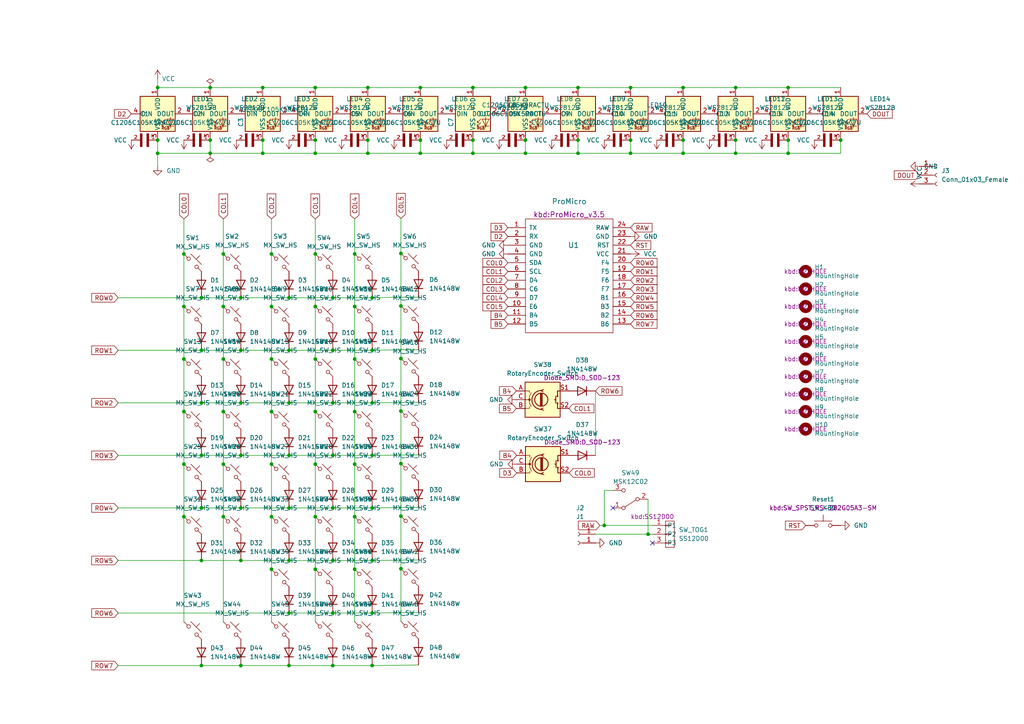
<source format=kicad_sch>
(kicad_sch (version 20231120) (generator "eeschema") (generator_version "8.0")
  (paper "A4")
  (junction (at 107.95 86.36))
  (junction (at 175.26 152.4))
  (junction (at 83.82 101.6))
  (junction (at 64.77 119.38))
  (junction (at 91.44 73.66))
  (junction (at 167.64 40.64))
  (junction (at 53.34 73.66))
  (junction (at 58.42 162.56))
  (junction (at 137.16 40.64))
  (junction (at 76.2 25.4))
  (junction (at 96.52 162.56))
  (junction (at 69.85 193.04))
  (junction (at 58.42 86.36))
  (junction (at 187.96 154.94))
  (junction (at 83.82 116.84))
  (junction (at 167.64 25.4))
  (junction (at 45.72 44.45))
  (junction (at 60.96 40.64))
  (junction (at 116.2812 164.9476))
  (junction (at 58.42 132.08))
  (junction (at 96.52 147.32))
  (junction (at 45.72 25.4))
  (junction (at 60.96 44.45))
  (junction (at 243.84 40.64))
  (junction (at 213.36 25.4))
  (junction (at 78.74 149.86))
  (junction (at 91.44 104.14))
  (junction (at 53.34 149.86))
  (junction (at 69.85 86.36))
  (junction (at 53.34 134.62))
  (junction (at 116.2812 119.2276))
  (junction (at 78.74 119.38))
  (junction (at 96.52 86.36))
  (junction (at 107.95 177.8))
  (junction (at 78.74 73.66))
  (junction (at 45.72 40.64))
  (junction (at 102.87 165.1))
  (junction (at 116.2812 134.4676))
  (junction (at 107.95 147.32))
  (junction (at 228.6 44.45))
  (junction (at 121.92 25.4))
  (junction (at 116.2812 73.5076))
  (junction (at 69.85 116.84))
  (junction (at 91.44 134.62))
  (junction (at 69.85 132.08))
  (junction (at 83.82 193.04))
  (junction (at 182.88 44.45))
  (junction (at 83.82 147.32))
  (junction (at 106.68 25.4))
  (junction (at 69.85 147.32))
  (junction (at 64.77 88.9))
  (junction (at 69.85 162.56))
  (junction (at 107.95 101.6))
  (junction (at 107.95 116.84))
  (junction (at 91.44 119.38))
  (junction (at 91.44 40.64))
  (junction (at 116.2812 103.9876))
  (junction (at 102.87 104.14))
  (junction (at 83.82 162.56))
  (junction (at 78.74 104.14))
  (junction (at 106.68 44.45))
  (junction (at 64.77 73.66))
  (junction (at 102.87 149.86))
  (junction (at 96.52 101.6))
  (junction (at 182.88 40.64))
  (junction (at 121.92 44.45))
  (junction (at 213.36 44.45))
  (junction (at 121.92 40.64))
  (junction (at 58.42 193.04))
  (junction (at 58.42 101.6))
  (junction (at 182.88 25.4))
  (junction (at 78.74 88.9))
  (junction (at 76.2 44.45))
  (junction (at 228.6 40.64))
  (junction (at 64.77 134.62))
  (junction (at 167.64 44.45))
  (junction (at 152.4 25.4))
  (junction (at 58.42 147.32))
  (junction (at 102.87 134.62))
  (junction (at 102.87 88.9))
  (junction (at 96.52 193.04))
  (junction (at 64.77 104.14))
  (junction (at 102.87 119.38))
  (junction (at 116.2812 149.7076))
  (junction (at 78.74 134.62))
  (junction (at 198.12 40.64))
  (junction (at 91.44 88.9))
  (junction (at 198.12 25.4))
  (junction (at 91.44 25.4))
  (junction (at 69.85 101.6))
  (junction (at 96.52 116.84))
  (junction (at 137.16 44.45))
  (junction (at 83.82 132.08))
  (junction (at 102.87 73.66))
  (junction (at 96.52 177.8))
  (junction (at 53.34 88.9))
  (junction (at 83.82 86.36))
  (junction (at 91.44 44.45))
  (junction (at 107.95 162.56))
  (junction (at 53.34 104.14))
  (junction (at 137.16 25.4))
  (junction (at 58.42 116.84))
  (junction (at 228.6 25.4))
  (junction (at 198.12 44.45))
  (junction (at 91.44 165.1))
  (junction (at 152.4 44.45))
  (junction (at 107.95 132.08))
  (junction (at 76.2 40.64))
  (junction (at 116.2812 88.7476))
  (junction (at 107.95 193.04))
  (junction (at 106.68 40.64))
  (junction (at 53.34 119.38))
  (junction (at 152.4 40.64))
  (junction (at 60.96 25.4))
  (junction (at 91.44 149.86))
  (junction (at 83.82 177.8))
  (junction (at 213.36 40.64))
  (junction (at 96.52 132.08))
  (junction (at 78.74 165.1))
  (junction (at 64.77 149.86))
  (no_connect (at 189.23 157.48))
  (no_connect (at 177.8 147.32))
  (wire (pts (xy 83.82 101.6) (xy 96.52 101.6)))
  (wire (pts (xy 69.85 193.04) (xy 83.82 193.04)))
  (wire (pts (xy 116.2812 63.3476) (xy 116.2812 73.5076)))
  (wire (pts (xy 91.44 63.5) (xy 91.44 73.66)))
  (wire (pts (xy 64.77 63.5) (xy 64.77 73.66)))
  (wire (pts (xy 64.77 149.86) (xy 64.77 180.34)))
  (wire (pts (xy 91.44 165.1) (xy 91.44 180.34)))
  (wire (pts (xy 167.64 44.45) (xy 182.88 44.45)))
  (wire (pts (xy 34.29 147.32) (xy 58.42 147.32)))
  (wire (pts (xy 213.36 44.45) (xy 228.6 44.45)))
  (wire (pts (xy 45.72 44.45) (xy 60.96 44.45)))
  (wire (pts (xy 69.85 116.84) (xy 83.82 116.84)))
  (wire (pts (xy 91.44 44.45) (xy 106.68 44.45)))
  (wire (pts (xy 172.72 113.3856) (xy 172.72 132.08)))
  (wire (pts (xy 69.85 86.36) (xy 83.82 86.36)))
  (wire (pts (xy 107.95 116.84) (xy 121.3612 116.6876)))
  (wire (pts (xy 34.29 132.08) (xy 58.42 132.08)))
  (wire (pts (xy 45.72 25.4) (xy 60.96 25.4)))
  (wire (pts (xy 96.52 101.6) (xy 107.95 101.6)))
  (wire (pts (xy 137.16 25.4) (xy 152.4 25.4)))
  (wire (pts (xy 91.44 104.14) (xy 91.44 119.38)))
  (wire (pts (xy 96.52 177.8) (xy 107.95 177.8)))
  (wire (pts (xy 102.87 149.86) (xy 102.87 165.1)))
  (wire (pts (xy 34.29 162.56) (xy 58.42 162.56)))
  (wire (pts (xy 102.87 134.62) (xy 102.87 149.86)))
  (wire (pts (xy 91.44 25.4) (xy 106.68 25.4)))
  (wire (pts (xy 69.85 162.56) (xy 83.82 162.56)))
  (wire (pts (xy 69.85 101.6) (xy 83.82 101.6)))
  (wire (pts (xy 83.82 86.36) (xy 96.52 86.36)))
  (wire (pts (xy 76.2 44.45) (xy 91.44 44.45)))
  (wire (pts (xy 58.42 101.6) (xy 69.85 101.6)))
  (wire (pts (xy 116.2812 86.2076) (xy 121.3612 86.2076)))
  (wire (pts (xy 83.82 177.8) (xy 96.52 177.8)))
  (wire (pts (xy 60.96 44.45) (xy 60.96 40.64)))
  (wire (pts (xy 64.77 88.9) (xy 64.77 104.14)))
  (wire (pts (xy 152.4 44.45) (xy 167.64 44.45)))
  (wire (pts (xy 45.72 22.86) (xy 45.72 25.4)))
  (wire (pts (xy 137.16 44.45) (xy 152.4 44.45)))
  (wire (pts (xy 60.96 44.45) (xy 76.2 44.45)))
  (wire (pts (xy 116.2812 119.2276) (xy 116.2812 134.4676)))
  (wire (pts (xy 34.29 177.8) (xy 83.82 177.8)))
  (wire (pts (xy 78.74 88.9) (xy 78.74 104.14)))
  (wire (pts (xy 34.29 193.04) (xy 58.42 193.04)))
  (wire (pts (xy 107.95 193.04) (xy 121.3612 192.8876)))
  (wire (pts (xy 78.74 104.14) (xy 78.74 119.38)))
  (wire (pts (xy 121.92 25.4) (xy 137.16 25.4)))
  (wire (pts (xy 64.77 119.38) (xy 64.77 134.62)))
  (wire (pts (xy 102.87 104.14) (xy 102.87 119.38)))
  (wire (pts (xy 53.34 104.14) (xy 53.34 119.38)))
  (wire (pts (xy 173.99 152.4) (xy 175.26 152.4)))
  (wire (pts (xy 121.92 44.45) (xy 137.16 44.45)))
  (wire (pts (xy 213.36 44.45) (xy 213.36 40.64)))
  (wire (pts (xy 83.82 116.84) (xy 96.52 116.84)))
  (wire (pts (xy 182.88 44.45) (xy 182.88 40.64)))
  (wire (pts (xy 96.52 147.32) (xy 107.95 147.32)))
  (wire (pts (xy 116.2812 101.4476) (xy 121.3612 101.4476)))
  (wire (pts (xy 102.87 165.1) (xy 102.87 180.34)))
  (wire (pts (xy 69.85 147.32) (xy 83.82 147.32)))
  (wire (pts (xy 45.72 48.26) (xy 45.72 44.45)))
  (wire (pts (xy 102.87 88.9) (xy 102.87 104.14)))
  (wire (pts (xy 53.34 149.86) (xy 53.34 180.34)))
  (wire (pts (xy 198.12 44.45) (xy 198.12 40.64)))
  (wire (pts (xy 53.34 88.9) (xy 53.34 104.14)))
  (wire (pts (xy 107.95 86.36) (xy 116.2812 86.2076)))
  (wire (pts (xy 83.82 193.04) (xy 96.52 193.04)))
  (wire (pts (xy 34.29 101.6) (xy 58.42 101.6)))
  (wire (pts (xy 96.52 162.56) (xy 107.95 162.56)))
  (wire (pts (xy 83.82 162.56) (xy 96.52 162.56)))
  (wire (pts (xy 102.87 73.66) (xy 102.87 88.9)))
  (wire (pts (xy 91.44 73.66) (xy 91.44 88.9)))
  (wire (pts (xy 58.42 116.84) (xy 69.85 116.84)))
  (wire (pts (xy 58.42 86.36) (xy 69.85 86.36)))
  (wire (pts (xy 96.52 132.08) (xy 107.95 132.08)))
  (wire (pts (xy 175.26 142.24) (xy 175.26 152.4)))
  (wire (pts (xy 60.96 25.4) (xy 76.2 25.4)))
  (wire (pts (xy 137.16 44.45) (xy 137.16 40.64)))
  (wire (pts (xy 91.44 134.62) (xy 91.44 149.86)))
  (wire (pts (xy 172.72 154.94) (xy 187.96 154.94)))
  (wire (pts (xy 91.44 44.45) (xy 91.44 40.64)))
  (wire (pts (xy 34.29 116.84) (xy 58.42 116.84)))
  (wire (pts (xy 167.64 44.45) (xy 167.64 40.64)))
  (wire (pts (xy 107.95 162.56) (xy 121.3612 162.4076)))
  (wire (pts (xy 53.34 63.5) (xy 53.34 73.66)))
  (wire (pts (xy 107.95 101.6) (xy 116.2812 101.4476)))
  (wire (pts (xy 116.2812 103.9876) (xy 116.2812 119.2276)))
  (wire (pts (xy 34.29 86.36) (xy 58.42 86.36)))
  (wire (pts (xy 83.82 132.08) (xy 96.52 132.08)))
  (wire (pts (xy 78.74 134.62) (xy 78.74 149.86)))
  (wire (pts (xy 177.8 142.24) (xy 175.26 142.24)))
  (wire (pts (xy 78.74 63.5) (xy 78.74 73.66)))
  (wire (pts (xy 175.26 152.4) (xy 189.23 152.4)))
  (wire (pts (xy 152.4 25.4) (xy 167.64 25.4)))
  (wire (pts (xy 182.88 25.4) (xy 198.12 25.4)))
  (wire (pts (xy 58.42 193.04) (xy 69.85 193.04)))
  (wire (pts (xy 167.64 25.4) (xy 182.88 25.4)))
  (wire (pts (xy 116.2812 88.7476) (xy 116.2812 103.9876)))
  (wire (pts (xy 45.72 44.45) (xy 45.72 40.64)))
  (wire (pts (xy 116.2812 134.4676) (xy 116.2812 149.7076)))
  (wire (pts (xy 69.85 132.08) (xy 83.82 132.08)))
  (wire (pts (xy 91.44 88.9) (xy 91.44 104.14)))
  (wire (pts (xy 182.88 44.45) (xy 198.12 44.45)))
  (wire (pts (xy 228.6 44.45) (xy 228.6 40.64)))
  (wire (pts (xy 107.95 177.8) (xy 121.3612 177.6476)))
  (wire (pts (xy 107.95 132.08) (xy 121.3612 131.9276)))
  (wire (pts (xy 58.42 162.56) (xy 69.85 162.56)))
  (wire (pts (xy 116.2812 164.9476) (xy 116.2812 180.1876)))
  (wire (pts (xy 78.74 73.66) (xy 78.74 88.9)))
  (wire (pts (xy 228.6 44.45) (xy 243.84 44.45)))
  (wire (pts (xy 78.74 149.86) (xy 78.74 165.1)))
  (wire (pts (xy 152.4 44.45) (xy 152.4 40.64)))
  (wire (pts (xy 213.36 25.4) (xy 228.6 25.4)))
  (wire (pts (xy 58.42 147.32) (xy 69.85 147.32)))
  (wire (pts (xy 64.77 134.62) (xy 64.77 149.86)))
  (wire (pts (xy 78.74 119.38) (xy 78.74 134.62)))
  (wire (pts (xy 172.72 113.3856) (xy 172.6184 113.3856)))
  (wire (pts (xy 187.96 154.94) (xy 189.23 154.94)))
  (wire (pts (xy 116.2812 149.7076) (xy 116.2812 164.9476)))
  (wire (pts (xy 53.34 134.62) (xy 53.34 149.86)))
  (wire (pts (xy 102.87 63.5) (xy 102.87 73.66)))
  (wire (pts (xy 91.44 149.86) (xy 91.44 165.1)))
  (wire (pts (xy 187.96 144.78) (xy 187.96 154.94)))
  (wire (pts (xy 64.77 104.14) (xy 64.77 119.38)))
  (wire (pts (xy 106.68 44.45) (xy 121.92 44.45)))
  (wire (pts (xy 106.68 25.4) (xy 121.92 25.4)))
  (wire (pts (xy 64.77 73.66) (xy 64.77 88.9)))
  (wire (pts (xy 78.74 165.1) (xy 78.74 180.34)))
  (wire (pts (xy 243.84 44.45) (xy 243.84 40.64)))
  (wire (pts (xy 53.34 119.38) (xy 53.34 134.62)))
  (wire (pts (xy 53.34 73.66) (xy 53.34 88.9)))
  (wire (pts (xy 91.44 119.38) (xy 91.44 134.62)))
  (wire (pts (xy 76.2 44.45) (xy 76.2 40.64)))
  (wire (pts (xy 198.12 25.4) (xy 213.36 25.4)))
  (wire (pts (xy 121.92 44.45) (xy 121.92 40.64)))
  (wire (pts (xy 96.52 86.36) (xy 107.95 86.36)))
  (wire (pts (xy 106.68 44.45) (xy 106.68 40.64)))
  (wire (pts (xy 102.87 119.38) (xy 102.87 134.62)))
  (wire (pts (xy 96.52 193.04) (xy 107.95 193.04)))
  (wire (pts (xy 228.6 25.4) (xy 243.84 25.4)))
  (wire (pts (xy 198.12 44.45) (xy 213.36 44.45)))
  (wire (pts (xy 83.82 147.32) (xy 96.52 147.32)))
  (wire (pts (xy 76.2 25.4) (xy 91.44 25.4)))
  (wire (pts (xy 116.2812 73.5076) (xy 116.2812 88.7476)))
  (wire (pts (xy 96.52 116.84) (xy 107.95 116.84)))
  (wire (pts (xy 107.95 147.32) (xy 121.3612 147.1676)))
  (wire (pts (xy 58.42 132.08) (xy 69.85 132.08)))
  (global_label "COL2" (shape input) (at 147.32 81.28 180) (property "Intersheetrefs" "${INTERSHEET_REFS}" (effects (hide yes))))
  (global_label "ROW4" (shape input) (at 182.88 86.36 0) (property "Intersheetrefs" "${INTERSHEET_REFS}" (effects (hide yes))))
  (global_label "ROW1" (shape input) (at 34.29 101.6 180) (property "Intersheetrefs" "${INTERSHEET_REFS}" (effects (hide yes))))
  (global_label "ROW7" (shape input) (at 34.29 193.04 180) (property "Intersheetrefs" "${INTERSHEET_REFS}" (effects (hide yes))))
  (global_label "COL0" (shape input) (at 147.32 76.2 180) (property "Intersheetrefs" "${INTERSHEET_REFS}" (effects (hide yes))))
  (global_label "D3" (shape input) (at 147.32 66.04 180) (property "Intersheetrefs" "${INTERSHEET_REFS}" (effects (hide yes))))
  (global_label "ROW7" (shape input) (at 182.88 93.98 0) (property "Intersheetrefs" "${INTERSHEET_REFS}" (effects (hide yes))))
  (global_label "RST" (shape input) (at 233.68 152.4 180) (property "Intersheetrefs" "${INTERSHEET_REFS}" (effects (hide yes))))
  (global_label "COL5" (shape input) (at 116.2812 63.3476 90) (property "Intersheetrefs" "${INTERSHEET_REFS}" (effects (hide yes))))
  (global_label "B4" (shape input) (at 147.32 91.44 180) (property "Intersheetrefs" "${INTERSHEET_REFS}" (effects (hide yes))))
  (global_label "D3" (shape input) (at 149.86 137.16 180) (property "Intersheetrefs" "${INTERSHEET_REFS}" (effects (hide yes))))
  (global_label "COL1" (shape input) (at 64.77 63.5 90) (property "Intersheetrefs" "${INTERSHEET_REFS}" (effects (hide yes))))
  (global_label "ROW5" (shape input) (at 182.88 88.9 0) (property "Intersheetrefs" "${INTERSHEET_REFS}" (effects (hide yes))))
  (global_label "ROW2" (shape input) (at 34.29 116.84 180) (property "Intersheetrefs" "${INTERSHEET_REFS}" (effects (hide yes))))
  (global_label "B4" (shape input) (at 149.86 132.08 180) (property "Intersheetrefs" "${INTERSHEET_REFS}" (effects (hide yes))))
  (global_label "COL5" (shape input) (at 147.32 88.9 180) (property "Intersheetrefs" "${INTERSHEET_REFS}" (effects (hide yes))))
  (global_label "ROW6" (shape input) (at 34.29 177.8 180) (property "Intersheetrefs" "${INTERSHEET_REFS}" (effects (hide yes))))
  (global_label "RAW" (shape input) (at 173.99 152.4 180) (property "Intersheetrefs" "${INTERSHEET_REFS}" (effects (hide yes))))
  (global_label "ROW0" (shape input) (at 182.88 76.2 0) (property "Intersheetrefs" "${INTERSHEET_REFS}" (effects (hide yes))))
  (global_label "B5" (shape input) (at 147.32 93.98 180) (property "Intersheetrefs" "${INTERSHEET_REFS}" (effects (hide yes))))
  (global_label "RST" (shape input) (at 182.88 71.12 0) (property "Intersheetrefs" "${INTERSHEET_REFS}" (effects (hide yes))))
  (global_label "COL4" (shape input) (at 102.87 63.5 90) (property "Intersheetrefs" "${INTERSHEET_REFS}" (effects (hide yes))))
  (global_label "ROW0" (shape input) (at 34.29 86.36 180) (property "Intersheetrefs" "${INTERSHEET_REFS}" (effects (hide yes))))
  (global_label "RAW" (shape input) (at 182.88 66.04 0) (property "Intersheetrefs" "${INTERSHEET_REFS}" (effects (hide yes))))
  (global_label "COL0" (shape input) (at 165.1 137.16 0) (property "Intersheetrefs" "${INTERSHEET_REFS}" (effects (hide yes))))
  (global_label "ROW6" (shape input) (at 172.72 113.3856 0) (property "Intersheetrefs" "${INTERSHEET_REFS}" (effects (hide yes))))
  (global_label "DOUT" (shape input) (at 266.7 50.8 180) (property "Intersheetrefs" "${INTERSHEET_REFS}" (effects (hide yes))))
  (global_label "D2" (shape input) (at 147.32 68.58 180) (property "Intersheetrefs" "${INTERSHEET_REFS}" (effects (hide yes))))
  (global_label "COL0" (shape input) (at 53.34 63.5 90) (property "Intersheetrefs" "${INTERSHEET_REFS}" (effects (hide yes))))
  (global_label "COL3" (shape input) (at 147.32 83.82 180) (property "Intersheetrefs" "${INTERSHEET_REFS}" (effects (hide yes))))
  (global_label "DOUT" (shape input) (at 251.46 33.02 0) (property "Intersheetrefs" "${INTERSHEET_REFS}" (effects (hide yes))))
  (global_label "B5" (shape input) (at 149.7584 118.4656 180) (property "Intersheetrefs" "${INTERSHEET_REFS}" (effects (hide yes))))
  (global_label "ROW6" (shape input) (at 182.88 91.44 0) (property "Intersheetrefs" "${INTERSHEET_REFS}" (effects (hide yes))))
  (global_label "COL2" (shape input) (at 78.74 63.5 90) (property "Intersheetrefs" "${INTERSHEET_REFS}" (effects (hide yes))))
  (global_label "COL1" (shape input) (at 147.32 78.74 180) (property "Intersheetrefs" "${INTERSHEET_REFS}" (effects (hide yes))))
  (global_label "ROW3" (shape input) (at 182.88 83.82 0) (property "Intersheetrefs" "${INTERSHEET_REFS}" (effects (hide yes))))
  (global_label "ROW5" (shape input) (at 34.29 162.56 180) (property "Intersheetrefs" "${INTERSHEET_REFS}" (effects (hide yes))))
  (global_label "B4" (shape input) (at 149.7584 113.3856 180) (property "Intersheetrefs" "${INTERSHEET_REFS}" (effects (hide yes))))
  (global_label "COL1" (shape input) (at 164.9984 118.4656 0) (property "Intersheetrefs" "${INTERSHEET_REFS}" (effects (hide yes))))
  (global_label "ROW2" (shape input) (at 182.88 81.28 0) (property "Intersheetrefs" "${INTERSHEET_REFS}" (effects (hide yes))))
  (global_label "D2" (shape input) (at 38.1 33.02 180) (property "Intersheetrefs" "${INTERSHEET_REFS}" (effects (hide yes))))
  (global_label "COL4" (shape input) (at 147.32 86.36 180) (property "Intersheetrefs" "${INTERSHEET_REFS}" (effects (hide yes))))
  (global_label "ROW3" (shape input) (at 34.29 132.08 180) (property "Intersheetrefs" "${INTERSHEET_REFS}" (effects (hide yes))))
  (global_label "COL3" (shape input) (at 91.44 63.5 90) (property "Intersheetrefs" "${INTERSHEET_REFS}" (effects (hide yes))))
  (global_label "ROW1" (shape input) (at 182.88 78.74 0) (property "Intersheetrefs" "${INTERSHEET_REFS}" (effects (hide yes))))
  (global_label "ROW4" (shape input) (at 34.29 147.32 180) (property "Intersheetrefs" "${INTERSHEET_REFS}" (effects (hide yes))))
  (symbol (lib_id "Diode:1N4148W") (at 58.42 82.55 90) (unit 1)
    (property "Reference" "D1" (at 60.96 81.2799 90) (effects (justify right)))
    (property "Value" "1N4148W" (at 60.96 83.8199 90) (effects (justify right)))
    (property "Footprint" "Diode_SMD:D_SOD-123" (effects (hide yes)))
    (property "Datasheet" "https://www.vishay.com/docs/85748/1n4148w.pdf" (effects (hide yes)))
  )
  (symbol (lib_id "Diode:1N4148W") (at 121.3612 112.8776 90) (unit 1)
    (property "Reference" "D18" (at 124.46 111.6075 90) (effects (justify right)))
    (property "Value" "1N4148W" (at 124.46 114.1475 90) (effects (justify right)))
    (property "Footprint" "Diode_SMD:D_SOD-123" (effects (hide yes)))
    (property "Datasheet" "https://www.vishay.com/docs/85748/1n4148w.pdf" (effects (hide yes)))
  )
  (symbol (lib_id "C1206C105K5RACTU:C1206C105K5RACTU") (at 134.62 40.64 180) (unit 1)
    (property "Reference" "C7" (at 130.8099 36.83 90) (effects (justify right)))
    (property "Value" "C1206C105K5RACTU" (at 139.7 30.48 0) (effects (justify right)))
    (property "Footprint" "Capacitor_SMD:C_1206_3216Metric_Pad1.33x1.80mm_HandSolder" (effects (hide yes)))
  )
  (symbol (lib_id "Device:RotaryEncoder_Switch") (at 157.48 134.62 0) (unit 1)
    (property "Reference" "SW37" (at 157.48 124.46 0))
    (property "Value" "RotaryEncoder_Switch" (at 157.48 127 0))
    (property "Footprint" "Rotary_Encoder:RotaryEncoder_Alps_EC11E-Switch_Vertical_H20mm" (effects (hide yes)))
  )
  (symbol (lib_id "Diode:1N4148W") (at 69.85 128.27 90) (unit 1)
    (property "Reference" "D20" (at 72.39 126.9999 90) (effects (justify right)))
    (property "Value" "1N4148W" (at 72.39 129.5399 90) (effects (justify right)))
    (property "Footprint" "Diode_SMD:D_SOD-123" (effects (hide yes)))
    (property "Datasheet" "https://www.vishay.com/docs/85748/1n4148w.pdf" (effects (hide yes)))
  )
  (symbol (lib_id "power:VCC") (at 190.5 40.64 180) (unit 1)
    (property "Reference" "#PWR0125" (effects (hide yes)))
    (property "Value" "VCC" (at 185.42 40.64 0) (effects (justify right)))
  )
  (symbol (lib_id "Diode:1N4148W") (at 121.3612 158.5976 90) (unit 1)
    (property "Reference" "D36" (at 124.46 157.3275 90) (effects (justify right)))
    (property "Value" "1N4148W" (at 124.46 159.8675 90) (effects (justify right)))
    (property "Footprint" "Diode_SMD:D_SOD-123" (effects (hide yes)))
    (property "Datasheet" "https://www.vishay.com/docs/85748/1n4148w.pdf" (effects (hide yes)))
  )
  (symbol (lib_id "marbastlib-mx:MX_SW_HS") (at 118.8212 182.7276 0) (unit 1)
    (property "Reference" "SW48" (at 118.8212 175.26 0))
    (property "Value" "MX_SW_HS" (at 118.8212 177.8 0))
    (property "Footprint" "Switch_Keyboard_Hotswap_Kailh:SW_Hotswap_Kailh_MX_1.00u" (effects (hide yes)))
  )
  (symbol (lib_id "Diode:1N4148W") (at 58.42 97.79 90) (unit 1)
    (property "Reference" "D7" (at 60.96 96.5199 90) (effects (justify right)))
    (property "Value" "1N4148W" (at 60.96 99.0599 90) (effects (justify right)))
    (property "Footprint" "Diode_SMD:D_SOD-123" (effects (hide yes)))
    (property "Datasheet" "https://www.vishay.com/docs/85748/1n4148w.pdf" (effects (hide yes)))
  )
  (symbol (lib_id "C1206C105K5RACTU:C1206C105K5RACTU") (at 226.06 40.64 180) (unit 1)
    (property "Reference" "C13" (at 224.79 33.02 0))
    (property "Value" "C1206C105K5RACTU" (at 224.79 35.56 0))
    (property "Footprint" "Capacitor_SMD:C_1206_3216Metric_Pad1.33x1.80mm_HandSolder" (effects (hide yes)))
  )
  (symbol (lib_id "power:VCC") (at 266.7 53.34 90) (unit 1)
    (property "Reference" "#PWR0116" (effects (hide yes)))
    (property "Value" "VCC" (at 266.7 48.26 0) (effects (justify right)))
  )
  (symbol (lib_id "power:GND") (at 147.32 73.66 270) (unit 1)
    (property "Reference" "#PWR06" (effects (hide yes)))
    (property "Value" "GND" (at 139.7 73.66 90) (effects (justify left)))
  )
  (symbol (lib_id "Mechanical:MountingHole") (at 233.68 104.14 0) (unit 1)
    (property "Reference" "H6" (at 236.22 102.8699 0) (effects (justify left)))
    (property "Value" "MountingHole" (at 236.22 105.4099 0) (effects (justify left)))
    (property "Footprint" "kbd:M2_HOLE" (at 233.68 104.14 0))
  )
  (symbol (lib_id "C1206C105K5RACTU:C1206C105K5RACTU") (at 149.86 40.64 180) (unit 1)
    (property "Reference" "C8" (at 148.59 30.48 0))
    (property "Value" "C1206C105K5RACTU" (at 148.59 33.02 0))
    (property "Footprint" "Capacitor_SMD:C_1206_3216Metric_Pad1.33x1.80mm_HandSolder" (effects (hide yes)))
  )
  (symbol (lib_id "power:GND") (at 45.72 48.26 0) (unit 1)
    (property "Reference" "#PWR0101" (effects (hide yes)))
    (property "Value" "GND" (at 48.26 49.5299 0) (effects (justify left)))
  )
  (symbol (lib_id "Diode:1N4148W") (at 121.3612 189.0776 90) (unit 1)
    (property "Reference" "D48" (at 124.46 187.8075 90) (effects (justify right)))
    (property "Value" "1N4148W" (at 124.46 190.3475 90) (effects (justify right)))
    (property "Footprint" "Diode_SMD:D_SOD-123" (effects (hide yes)))
    (property "Datasheet" "https://www.vishay.com/docs/85748/1n4148w.pdf" (effects (hide yes)))
  )
  (symbol (lib_id "power:VCC") (at 175.26 40.64 180) (unit 1)
    (property "Reference" "#PWR0124" (effects (hide yes)))
    (property "Value" "VCC" (at 170.18 40.64 0) (effects (justify right)))
  )
  (symbol (lib_id "marbastlib-mx:MX_SW_HS") (at 81.28 121.92 0) (unit 1)
    (property "Reference" "SW21" (at 81.28 114.3 0))
    (property "Value" "MX_SW_HS" (at 81.28 116.84 0))
    (property "Footprint" "Switch_Keyboard_Hotswap_Kailh:SW_Hotswap_Kailh_MX_1.00u" (effects (hide yes)))
  )
  (symbol (lib_id "power:VCC") (at 38.1 40.64 180) (unit 1)
    (property "Reference" "#PWR0134" (effects (hide yes)))
    (property "Value" "VCC" (at 33.02 40.64 0) (effects (justify right)))
  )
  (symbol (lib_id "marbastlib-mx:MX_SW_HS") (at 93.98 91.44 0) (unit 1)
    (property "Reference" "SW10" (at 93.98 83.82 0))
    (property "Value" "MX_SW_HS" (at 93.98 86.36 0))
    (property "Footprint" "Switch_Keyboard_Hotswap_Kailh:SW_Hotswap_Kailh_MX_1.00u" (effects (hide yes)))
  )
  (symbol (lib_id "C1206C105K5RACTU:C1206C105K5RACTU") (at 88.9 40.64 180) (unit 1)
    (property "Reference" "C4" (at 87.63 33.02 0))
    (property "Value" "C1206C105K5RACTU" (at 87.63 35.56 0))
    (property "Footprint" "Capacitor_SMD:C_1206_3216Metric_Pad1.33x1.80mm_HandSolder" (effects (hide yes)))
  )
  (symbol (lib_id "Mechanical:MountingHole") (at 233.68 124.46 0) (unit 1)
    (property "Reference" "H10" (at 236.22 123.1899 0) (effects (justify left)))
    (property "Value" "MountingHole" (at 236.22 125.7299 0) (effects (justify left)))
    (property "Footprint" "kbd:M2_HOLE" (at 233.68 124.46 0))
  )
  (symbol (lib_id "Mechanical:MountingHole") (at 233.68 83.82 0) (unit 1)
    (property "Reference" "H2" (at 236.22 82.5499 0) (effects (justify left)))
    (property "Value" "MountingHole" (at 236.22 85.0899 0) (effects (justify left)))
    (property "Footprint" "kbd:M2_HOLE" (at 233.68 83.82 0))
  )
  (symbol (lib_id "Diode:1N4148W") (at 96.52 97.79 90) (unit 1)
    (property "Reference" "D10" (at 99.06 96.5199 90) (effects (justify right)))
    (property "Value" "1N4148W" (at 99.06 99.0599 90) (effects (justify right)))
    (property "Footprint" "Diode_SMD:D_SOD-123" (effects (hide yes)))
    (property "Datasheet" "https://www.vishay.com/docs/85748/1n4148w.pdf" (effects (hide yes)))
  )
  (symbol (lib_id "Diode:1N4148W") (at 69.85 113.03 90) (unit 1)
    (property "Reference" "D14" (at 72.39 111.7599 90) (effects (justify right)))
    (property "Value" "1N4148W" (at 72.39 114.2999 90) (effects (justify right)))
    (property "Footprint" "Diode_SMD:D_SOD-123" (effects (hide yes)))
    (property "Datasheet" "https://www.vishay.com/docs/85748/1n4148w.pdf" (effects (hide yes)))
  )
  (symbol (lib_id "power:VCC") (at 236.22 40.64 180) (unit 1)
    (property "Reference" "#PWR0128" (effects (hide yes)))
    (property "Value" "VCC" (at 231.14 40.64 0) (effects (justify right)))
  )
  (symbol (lib_id "Diode:1N4148W") (at 58.42 113.03 90) (unit 1)
    (property "Reference" "D13" (at 60.96 111.7599 90) (effects (justify right)))
    (property "Value" "1N4148W" (at 60.96 114.2999 90) (effects (justify right)))
    (property "Footprint" "Diode_SMD:D_SOD-123" (effects (hide yes)))
    (property "Datasheet" "https://www.vishay.com/docs/85748/1n4148w.pdf" (effects (hide yes)))
  )
  (symbol (lib_id "Connector:Conn_01x01_Female") (at 167.64 157.48 180) (unit 1)
    (property "Reference" "J1" (at 168.275 149.86 0))
    (property "Value" "Conn_01x01_Female" (effects (hide yes)))
    (property "Footprint" "Connector_Pin:Pin_D0.9mm_L10.0mm_W2.4mm_FlatFork" (effects (hide yes)))
  )
  (symbol (lib_id "marbastlib-mx:MX_SW_HS") (at 93.98 167.64 0) (unit 1)
    (property "Reference" "SW40" (at 93.98 160.02 0))
    (property "Value" "MX_SW_HS" (at 93.98 162.56 0))
    (property "Footprint" "Switch_Keyboard_Hotswap_Kailh:SW_Hotswap_Kailh_MX_1.00u" (effects (hide yes)))
  )
  (symbol (lib_id "marbastlib-mx:MX_SW_HS") (at 105.41 152.4 0) (unit 1)
    (property "Reference" "SW35" (at 105.41 144.78 0))
    (property "Value" "MX_SW_HS" (at 105.41 147.32 0))
    (property "Footprint" "Switch_Keyboard_Hotswap_Kailh:SW_Hotswap_Kailh_MX_1.00u" (effects (hide yes)))
  )
  (symbol (lib_id "Diode:1N4148W") (at 83.82 143.51 90) (unit 1)
    (property "Reference" "D27" (at 86.36 142.2399 90) (effects (justify right)))
    (property "Value" "1N4148W" (at 86.36 144.7799 90) (effects (justify right)))
    (property "Footprint" "Diode_SMD:D_SOD-123" (effects (hide yes)))
    (property "Datasheet" "https://www.vishay.com/docs/85748/1n4148w.pdf" (effects (hide yes)))
  )
  (symbol (lib_id "marbastlib-mx:MX_SW_HS") (at 67.31 152.4 0) (unit 1)
    (property "Reference" "SW32" (at 67.31 144.78 0))
    (property "Value" "MX_SW_HS" (at 67.31 147.32 0))
    (property "Footprint" "Switch_Keyboard_Hotswap_Kailh:SW_Hotswap_Kailh_MX_1.00u" (effects (hide yes)))
  )
  (symbol (lib_id "Diode:1N4148W") (at 83.82 97.79 90) (unit 1)
    (property "Reference" "D9" (at 86.36 96.5199 90) (effects (justify right)))
    (property "Value" "1N4148W" (at 86.36 99.0599 90) (effects (justify right)))
    (property "Footprint" "Diode_SMD:D_SOD-123" (effects (hide yes)))
    (property "Datasheet" "https://www.vishay.com/docs/85748/1n4148w.pdf" (effects (hide yes)))
  )
  (symbol (lib_id "power:GND") (at 266.7 48.26 270) (unit 1)
    (property "Reference" "#PWR0111" (effects (hide yes)))
    (property "Value" "GND" (at 267.97 48.2599 90) (effects (justify left)))
  )
  (symbol (lib_id "C1206C105K5RACTU:C1206C105K5RACTU") (at 165.1 40.64 180) (unit 1)
    (property "Reference" "C9" (at 163.83 33.02 0))
    (property "Value" "C1206C105K5RACTU" (at 163.83 35.56 0))
    (property "Footprint" "Capacitor_SMD:C_1206_3216Metric_Pad1.33x1.80mm_HandSolder" (effects (hide yes)))
  )
  (symbol (lib_id "marbastlib-mx:MX_SW_HS") (at 93.98 121.92 0) (unit 1)
    (property "Reference" "SW22" (at 93.98 114.3 0))
    (property "Value" "MX_SW_HS" (at 93.98 116.84 0))
    (property "Footprint" "Switch_Keyboard_Hotswap_Kailh:SW_Hotswap_Kailh_MX_1.00u" (effects (hide yes)))
  )
  (symbol (lib_id "marbastlib-mx:MX_SW_HS") (at 118.8212 106.5276 0) (unit 1)
    (property "Reference" "SW18" (at 118.8212 99.314 0))
    (property "Value" "MX_SW_HS" (at 118.8212 101.854 0))
    (property "Footprint" "Switch_Keyboard_Hotswap_Kailh:SW_Hotswap_Kailh_MX_1.00u" (effects (hide yes)))
  )
  (symbol (lib_id "power:GND") (at 182.88 68.58 90) (unit 1)
    (property "Reference" "#PWR01" (effects (hide yes)))
    (property "Value" "GND" (at 186.69 68.5799 90) (effects (justify right)))
  )
  (symbol (lib_id "Diode:1N4148W") (at 83.82 173.99 90) (unit 1)
    (property "Reference" "D39" (at 86.36 172.7199 90) (effects (justify right)))
    (property "Value" "1N4148W" (at 86.36 175.2599 90) (effects (justify right)))
    (property "Footprint" "Diode_SMD:D_SOD-123" (effects (hide yes)))
    (property "Datasheet" "https://www.vishay.com/docs/85748/1n4148w.pdf" (effects (hide yes)))
  )
  (symbol (lib_id "Diode:1N4148W") (at 83.82 128.27 90) (unit 1)
    (property "Reference" "D21" (at 86.36 126.9999 90) (effects (justify right)))
    (property "Value" "1N4148W" (at 86.36 129.5399 90) (effects (justify right)))
    (property "Footprint" "Diode_SMD:D_SOD-123" (effects (hide yes)))
    (property "Datasheet" "https://www.vishay.com/docs/85748/1n4148w.pdf" (effects (hide yes)))
  )
  (symbol (lib_id "Diode:1N4148W") (at 107.95 158.75 90) (unit 1)
    (property "Reference" "D35" (at 110.49 157.4799 90) (effects (justify right)))
    (property "Value" "1N4148W" (at 110.49 160.0199 90) (effects (justify right)))
    (property "Footprint" "Diode_SMD:D_SOD-123" (effects (hide yes)))
    (property "Datasheet" "https://www.vishay.com/docs/85748/1n4148w.pdf" (effects (hide yes)))
  )
  (symbol (lib_id "marbastlib-mx:MX_SW_HS") (at 118.8212 167.4876 0) (unit 1)
    (property "Reference" "SW42" (at 118.8212 160.02 0))
    (property "Value" "MX_SW_HS" (at 118.8212 162.56 0))
    (property "Footprint" "Switch_Keyboard_Hotswap_Kailh:SW_Hotswap_Kailh_MX_1.50u_90deg" (effects (hide yes)))
  )
  (symbol (lib_id "Mechanical:MountingHole") (at 233.68 88.9 0) (unit 1)
    (property "Reference" "H3" (at 236.22 87.6299 0) (effects (justify left)))
    (property "Value" "MountingHole" (at 236.22 90.1699 0) (effects (justify left)))
    (property "Footprint" "kbd:M2_HOLE" (at 233.68 88.9 0))
  )
  (symbol (lib_id "LED:WS2812B") (at 45.72 33.02 0) (unit 1)
    (property "Reference" "LED1" (at 58.42 28.6893 0))
    (property "Value" "WS2812B" (at 58.42 31.2293 0))
    (property "Footprint" "LED_SMD:LED_WS2812B_PLCC4_5.0x5.0mm_P3.2mm" (effects (hide yes)))
    (property "Datasheet" "https://cdn-shop.adafruit.com/datasheets/WS2812B.pdf" (effects (hide yes)))
  )
  (symbol (lib_id "Diode:1N4148W") (at 121.3612 82.3976 90) (unit 1)
    (property "Reference" "D6" (at 124.46 81.1275 90) (effects (justify right)))
    (property "Value" "1N4148W" (at 124.46 83.6675 90) (effects (justify right)))
    (property "Footprint" "Diode_SMD:D_SOD-123" (effects (hide yes)))
    (property "Datasheet" "https://www.vishay.com/docs/85748/1n4148w.pdf" (effects (hide yes)))
  )
  (symbol (lib_id "LED:WS2812B") (at 91.44 33.02 0) (unit 1)
    (property "Reference" "LED4" (at 102.87 28.6893 0))
    (property "Value" "WS2812B" (at 102.87 31.2293 0))
    (property "Footprint" "LED_SMD:LED_WS2812B_PLCC4_5.0x5.0mm_P3.2mm" (effects (hide yes)))
    (property "Datasheet" "https://cdn-shop.adafruit.com/datasheets/WS2812B.pdf" (effects (hide yes)))
  )
  (symbol (lib_id "Diode:1N4148W") (at 96.52 158.75 90) (unit 1)
    (property "Reference" "D34" (at 99.06 157.4799 90) (effects (justify right)))
    (property "Value" "1N4148W" (at 99.06 160.0199 90) (effects (justify right)))
    (property "Footprint" "Diode_SMD:D_SOD-123" (effects (hide yes)))
    (property "Datasheet" "https://www.vishay.com/docs/85748/1n4148w.pdf" (effects (hide yes)))
  )
  (symbol (lib_id "LED:WS2812B") (at 198.12 33.02 0) (unit 1)
    (property "Reference" "LED11" (at 224.79 28.6893 0))
    (property "Value" "WS2812B" (at 209.55 31.2293 0))
    (property "Footprint" "LED_SMD:LED_WS2812B_PLCC4_5.0x5.0mm_P3.2mm" (effects (hide yes)))
    (property "Datasheet" "https://cdn-shop.adafruit.com/datasheets/WS2812B.pdf" (effects (hide yes)))
  )
  (symbol (lib_id "marbastlib-mx:MX_SW_HS") (at 67.31 76.2 0) (unit 1)
    (property "Reference" "SW2" (at 67.31 68.58 0))
    (property "Value" "MX_SW_HS" (at 67.31 71.12 0))
    (property "Footprint" "Switch_Keyboard_Hotswap_Kailh:SW_Hotswap_Kailh_MX_1.00u" (effects (hide yes)))
  )
  (symbol (lib_id "Switch:SW_KBD") (at 238.76 152.4 0) (unit 1)
    (property "Reference" "Reset1" (at 238.76 144.78 0))
    (property "Value" "SW_KBD" (at 238.76 147.32 0))
    (property "Footprint" "kbd:SW_SPST_RS-282G05A3-SM" (at 238.76 147.32 0))
  )
  (symbol (lib_id "Diode:1N4148W") (at 121.3612 173.8376 90) (unit 1)
    (property "Reference" "D42" (at 124.46 172.5675 90) (effects (justify right)))
    (property "Value" "1N4148W" (at 124.46 175.1075 90) (effects (justify right)))
    (property "Footprint" "Diode_SMD:D_SOD-123" (effects (hide yes)))
    (property "Datasheet" "https://www.vishay.com/docs/85748/1n4148w.pdf" (effects (hide yes)))
  )
  (symbol (lib_id "marbastlib-mx:MX_SW_HS") (at 93.98 106.68 0) (unit 1)
    (property "Reference" "SW16" (at 93.98 99.06 0))
    (property "Value" "MX_SW_HS" (at 93.98 101.6 0))
    (property "Footprint" "Switch_Keyboard_Hotswap_Kailh:SW_Hotswap_Kailh_MX_1.00u" (effects (hide yes)))
  )
  (symbol (lib_id "marbastlib-mx:MX_SW_HS") (at 118.8212 76.0476 0) (unit 1)
    (property "Reference" "SW6" (at 118.8212 68.58 0))
    (property "Value" "MX_SW_HS" (at 118.8212 71.12 0))
    (property "Footprint" "Switch_Keyboard_Hotswap_Kailh:SW_Hotswap_Kailh_MX_1.00u" (effects (hide yes)))
  )
  (symbol (lib_id "Diode:1N4148W") (at 96.52 173.99 90) (unit 1)
    (property "Reference" "D40" (at 99.06 172.7199 90) (effects (justify right)))
    (property "Value" "1N4148W" (at 99.06 175.2599 90) (effects (justify right)))
    (property "Footprint" "Diode_SMD:D_SOD-123" (effects (hide yes)))
    (property "Datasheet" "https://www.vishay.com/docs/85748/1n4148w.pdf" (effects (hide yes)))
  )
  (symbol (lib_id "marbastlib-mx:MX_SW_HS") (at 81.28 76.2 0) (unit 1)
    (property "Reference" "SW3" (at 81.28 68.58 0))
    (property "Value" "MX_SW_HS" (at 81.28 71.12 0))
    (property "Footprint" "Switch_Keyboard_Hotswap_Kailh:SW_Hotswap_Kailh_MX_1.00u" (effects (hide yes)))
  )
  (symbol (lib_id "marbastlib-mx:MX_SW_HS") (at 55.88 91.44 0) (unit 1)
    (property "Reference" "SW7" (at 55.88 83.82 0))
    (property "Value" "MX_SW_HS" (at 55.88 86.36 0))
    (property "Footprint" "Switch_Keyboard_Hotswap_Kailh:SW_Hotswap_Kailh_MX_1.00u" (effects (hide yes)))
  )
  (symbol (lib_id "marbastlib-mx:MX_SW_HS") (at 105.41 76.2 0) (unit 1)
    (property "Reference" "SW5" (at 105.41 68.58 0))
    (property "Value" "MX_SW_HS" (at 105.41 71.12 0))
    (property "Footprint" "Switch_Keyboard_Hotswap_Kailh:SW_Hotswap_Kailh_MX_1.00u" (effects (hide yes)))
  )
  (symbol (lib_id "LED:WS2812B") (at 60.96 33.02 0) (unit 1)
    (property "Reference" "LED2" (at 72.39 28.6893 0))
    (property "Value" "WS2812B" (at 72.39 31.2293 0))
    (property "Footprint" "LED_SMD:LED_WS2812B_PLCC4_5.0x5.0mm_P3.2mm" (effects (hide yes)))
    (property "Datasheet" "https://cdn-shop.adafruit.com/datasheets/WS2812B.pdf" (effects (hide yes)))
  )
  (symbol (lib_id "Mechanical:MountingHole") (at 233.68 119.38 0) (unit 1)
    (property "Reference" "H9" (at 236.22 118.1099 0) (effects (justify left)))
    (property "Value" "MountingHole" (at 236.22 120.6499 0) (effects (justify left)))
    (property "Footprint" "kbd:M2_HOLE" (at 233.68 119.38 0))
  )
  (symbol (lib_id "Diode:1N4148W") (at 96.52 113.03 90) (unit 1)
    (property "Reference" "D16" (at 99.06 111.7599 90) (effects (justify right)))
    (property "Value" "1N4148W" (at 99.06 114.2999 90) (effects (justify right)))
    (property "Footprint" "Diode_SMD:D_SOD-123" (effects (hide yes)))
    (property "Datasheet" "https://www.vishay.com/docs/85748/1n4148w.pdf" (effects (hide yes)))
  )
  (symbol (lib_id "marbastlib-mx:MX_SW_HS") (at 118.8212 121.7676 0) (unit 1)
    (property "Reference" "SW24" (at 118.8212 114.3 0))
    (property "Value" "MX_SW_HS" (at 118.8212 116.84 0))
    (property "Footprint" "Switch_Keyboard_Hotswap_Kailh:SW_Hotswap_Kailh_MX_1.00u" (effects (hide yes)))
  )
  (symbol (lib_id "Mechanical:MountingHole") (at 233.68 99.06 0) (unit 1)
    (property "Reference" "H5" (at 236.22 97.7899 0) (effects (justify left)))
    (property "Value" "MountingHole" (at 236.22 100.3299 0) (effects (justify left)))
    (property "Footprint" "kbd:M2_HOLE" (at 233.68 99.06 0))
  )
  (symbol (lib_id "power:GND") (at 172.72 157.48 90) (unit 1)
    (property "Reference" "#PWR07" (effects (hide yes)))
    (property "Value" "GND" (at 176.53 157.4801 90) (effects (justify right)))
  )
  (symbol (lib_id "LED:WS2812B") (at 243.84 33.02 0) (unit 1)
    (property "Reference" "LED14" (at 255.27 28.6893 0))
    (property "Value" "WS2812B" (at 255.27 31.2293 0))
    (property "Footprint" "LED_SMD:LED_WS2812B_PLCC4_5.0x5.0mm_P3.2mm" (effects (hide yes)))
    (property "Datasheet" "https://cdn-shop.adafruit.com/datasheets/WS2812B.pdf" (effects (hide yes)))
  )
  (symbol (lib_id "Diode:1N4148W") (at 69.85 158.75 90) (unit 1)
    (property "Reference" "D32" (at 72.39 157.4799 90) (effects (justify right)))
    (property "Value" "1N4148W" (at 72.39 160.0199 90) (effects (justify right)))
    (property "Footprint" "Diode_SMD:D_SOD-123" (effects (hide yes)))
    (property "Datasheet" "https://www.vishay.com/docs/85748/1n4148w.pdf" (effects (hide yes)))
  )
  (symbol (lib_id "marbastlib-mx:MX_SW_HS") (at 67.31 182.88 0) (unit 1)
    (property "Reference" "SW44" (at 67.31 175.26 0))
    (property "Value" "MX_SW_HS" (at 67.31 177.8 0))
    (property "Footprint" "Switch_Keyboard_Hotswap_Kailh:SW_Hotswap_Kailh_MX_1.00u" (effects (hide yes)))
  )
  (symbol (lib_id "power:VCC") (at 68.58 40.64 180) (unit 1)
    (property "Reference" "#PWR0144" (effects (hide yes)))
    (property "Value" "VCC" (at 63.5 40.64 0) (effects (justify right)))
  )
  (symbol (lib_id "marbastlib-mx:MX_SW_HS") (at 93.98 182.88 0) (unit 1)
    (property "Reference" "SW46" (at 93.98 175.26 0))
    (property "Value" "MX_SW_HS" (at 93.98 177.8 0))
    (property "Footprint" "Switch_Keyboard_Hotswap_Kailh:SW_Hotswap_Kailh_MX_1.00u" (effects (hide yes)))
  )
  (symbol (lib_id "power:GND") (at 149.86 134.62 270) (unit 1)
    (property "Reference" "#PWR09" (effects (hide yes)))
    (property "Value" "GND" (at 146.05 134.6199 90) (effects (justify right)))
  )
  (symbol (lib_id "Diode:1N4148W") (at 96.52 128.27 90) (unit 1)
    (property "Reference" "D22" (at 99.06 126.9999 90) (effects (justify right)))
    (property "Value" "1N4148W" (at 99.06 129.5399 90) (effects (justify right)))
    (property "Footprint" "Diode_SMD:D_SOD-123" (effects (hide yes)))
    (property "Datasheet" "https://www.vishay.com/docs/85748/1n4148w.pdf" (effects (hide yes)))
  )
  (symbol (lib_id "marbastlib-mx:MX_SW_HS") (at 81.28 182.88 0) (unit 1)
    (property "Reference" "SW45" (at 81.28 175.26 0))
    (property "Value" "MX_SW_HS" (at 81.28 177.8 0))
    (property "Footprint" "Switch_Keyboard_Hotswap_Kailh:SW_Hotswap_Kailh_MX_1.00u" (effects (hide yes)))
  )
  (symbol (lib_id "marbastlib-mx:MX_SW_HS") (at 55.88 76.2 0) (unit 1)
    (property "Reference" "SW1" (at 55.88 68.9864 0))
    (property "Value" "MX_SW_HS" (at 55.88 71.5264 0))
    (property "Footprint" "Switch_Keyboard_Hotswap_Kailh:SW_Hotswap_Kailh_MX_1.00u" (effects (hide yes)))
  )
  (symbol (lib_id "marbastlib-mx:MX_SW_HS") (at 55.88 121.92 0) (unit 1)
    (property "Reference" "SW19" (at 55.88 114.3 0))
    (property "Value" "MX_SW_HS" (at 55.88 116.84 0))
    (property "Footprint" "Switch_Keyboard_Hotswap_Kailh:SW_Hotswap_Kailh_MX_1.00u" (effects (hide yes)))
  )
  (symbol (lib_id "Diode:1N4148W") (at 96.52 143.51 90) (unit 1)
    (property "Reference" "D28" (at 99.06 142.2399 90) (effects (justify right)))
    (property "Value" "1N4148W" (at 99.06 144.7799 90) (effects (justify right)))
    (property "Footprint" "Diode_SMD:D_SOD-123" (effects (hide yes)))
    (property "Datasheet" "https://www.vishay.com/docs/85748/1n4148w.pdf" (effects (hide yes)))
  )
  (symbol (lib_id "marbastlib-mx:MX_SW_HS") (at 55.88 182.88 0) (unit 1)
    (property "Reference" "SW43" (at 55.88 172.72 0))
    (property "Value" "MX_SW_HS" (at 55.88 175.26 0))
    (property "Footprint" "Switch_Keyboard_Hotswap_Kailh:SW_Hotswap_Kailh_MX_1.00u" (effects (hide yes)))
  )
  (symbol (lib_id "Diode:1N4148W") (at 107.95 128.27 90) (unit 1)
    (property "Reference" "D23" (at 110.49 126.9999 90) (effects (justify right)))
    (property "Value" "1N4148W" (at 110.49 129.5399 90) (effects (justify right)))
    (property "Footprint" "Diode_SMD:D_SOD-123" (effects (hide yes)))
    (property "Datasheet" "https://www.vishay.com/docs/85748/1n4148w.pdf" (effects (hide yes)))
  )
  (symbol (lib_id "Diode:1N4148W") (at 83.82 82.55 90) (unit 1)
    (property "Reference" "D3" (at 86.36 81.2799 90) (effects (justify right)))
    (property "Value" "1N4148W" (at 86.36 83.8199 90) (effects (justify right)))
    (property "Footprint" "Diode_SMD:D_SOD-123" (effects (hide yes)))
    (property "Datasheet" "https://www.vishay.com/docs/85748/1n4148w.pdf" (effects (hide yes)))
  )
  (symbol (lib_id "Diode:1N4148W") (at 107.95 97.79 90) (unit 1)
    (property "Reference" "D11" (at 110.49 96.5199 90) (effects (justify right)))
    (property "Value" "1N4148W" (at 110.49 99.0599 90) (effects (justify right)))
    (property "Footprint" "Diode_SMD:D_SOD-123" (effects (hide yes)))
    (property "Datasheet" "https://www.vishay.com/docs/85748/1n4148w.pdf" (effects (hide yes)))
  )
  (symbol (lib_id "power:VCC") (at 220.98 40.64 180) (unit 1)
    (property "Reference" "#PWR0132" (effects (hide yes)))
    (property "Value" "VCC" (at 215.9 40.64 0) (effects (justify right)))
  )
  (symbol (lib_id "Diode:1N4148W") (at 121.3612 128.1176 90) (unit 1)
    (property "Reference" "D24" (at 124.46 126.8475 90) (effects (justify right)))
    (property "Value" "1N4148W" (at 124.46 129.3875 90) (effects (justify right)))
    (property "Footprint" "Diode_SMD:D_SOD-123" (effects (hide yes)))
    (property "Datasheet" "https://www.vishay.com/docs/85748/1n4148w.pdf" (effects (hide yes)))
  )
  (symbol (lib_id "LED:WS2812B") (at 213.36 33.02 0) (unit 1)
    (property "Reference" "LED12" (at 224.79 28.6893 0))
    (property "Value" "WS2812B" (at 224.79 31.2293 0))
    (property "Footprint" "LED_SMD:LED_WS2812B_PLCC4_5.0x5.0mm_P3.2mm" (effects (hide yes)))
    (property "Datasheet" "https://cdn-shop.adafruit.com/datasheets/WS2812B.pdf" (effects (hide yes)))
  )
  (symbol (lib_id "Diode:1N4148W") (at 168.91 132.08 180) (unit 1)
    (property "Reference" "D37" (at 168.91 123.19 0))
    (property "Value" "1N4148W" (at 168.91 125.73 0))
    (property "Footprint" "Diode_SMD:D_SOD-123" (at 168.91 128.27 0))
    (property "Datasheet" "https://www.vishay.com/docs/85748/1n4148w.pdf" (effects (hide yes)))
  )
  (symbol (lib_id "marbastlib-mx:MX_SW_HS") (at 81.28 152.4 0) (unit 1)
    (property "Reference" "SW33" (at 81.28 144.78 0))
    (property "Value" "MX_SW_HS" (at 81.28 147.32 0))
    (property "Footprint" "Switch_Keyboard_Hotswap_Kailh:SW_Hotswap_Kailh_MX_1.00u" (effects (hide yes)))
  )
  (symbol (lib_id "marbastlib-mx:MX_SW_HS") (at 67.31 137.16 0) (unit 1)
    (property "Reference" "SW26" (at 67.31 129.54 0))
    (property "Value" "MX_SW_HS" (at 67.31 132.08 0))
    (property "Footprint" "Switch_Keyboard_Hotswap_Kailh:SW_Hotswap_Kailh_MX_1.00u" (effects (hide yes)))
  )
  (symbol (lib_id "Diode:1N4148W") (at 121.3612 97.6376 90) (unit 1)
    (property "Reference" "D12" (at 124.46 96.3675 90) (effects (justify right)))
    (property "Value" "1N4148W" (at 124.46 98.9075 90) (effects (justify right)))
    (property "Footprint" "Diode_SMD:D_SOD-123" (effects (hide yes)))
    (property "Datasheet" "https://www.vishay.com/docs/85748/1n4148w.pdf" (effects (hide yes)))
  )
  (symbol (lib_id "Diode:1N4148W") (at 83.82 189.23 90) (unit 1)
    (property "Reference" "D45" (at 86.36 187.9599 90) (effects (justify right)))
    (property "Value" "1N4148W" (at 86.36 190.4999 90) (effects (justify right)))
    (property "Footprint" "Diode_SMD:D_SOD-123" (effects (hide yes)))
    (property "Datasheet" "https://www.vishay.com/docs/85748/1n4148w.pdf" (effects (hide yes)))
  )
  (symbol (lib_id "marbastlib-mx:MX_SW_HS") (at 105.41 106.68 0) (unit 1)
    (property "Reference" "SW17" (at 105.41 99.06 0))
    (property "Value" "MX_SW_HS" (at 105.41 101.6 0))
    (property "Footprint" "Switch_Keyboard_Hotswap_Kailh:SW_Hotswap_Kailh_MX_1.00u" (effects (hide yes)))
  )
  (symbol (lib_id "power:VCC") (at 160.02 40.64 180) (unit 1)
    (property "Reference" "#PWR0123" (effects (hide yes)))
    (property "Value" "VCC" (at 154.94 40.64 0) (effects (justify right)))
  )
  (symbol (lib_id "Device:RotaryEncoder_Switch") (at 157.3784 115.9256 0) (unit 1)
    (property "Reference" "SW38" (at 157.3784 105.7656 0))
    (property "Value" "RotaryEncoder_Switch" (at 157.3784 108.3056 0))
    (property "Footprint" "Rotary_Encoder:RotaryEncoder_Alps_EC11E-Switch_Vertical_H20mm" (effects (hide yes)))
  )
  (symbol (lib_id "Diode:1N4148W") (at 69.85 189.23 90) (unit 1)
    (property "Reference" "D44" (at 72.39 187.9599 90) (effects (justify right)))
    (property "Value" "1N4148W" (at 72.39 190.4999 90) (effects (justify right)))
    (property "Footprint" "Diode_SMD:D_SOD-123" (effects (hide yes)))
    (property "Datasheet" "https://www.vishay.com/docs/85748/1n4148w.pdf" (effects (hide yes)))
  )
  (symbol (lib_id "LED:WS2812B") (at 137.16 33.02 0) (unit 1)
    (property "Reference" "LED7" (at 148.59 28.6893 0))
    (property "Value" "WS2812B" (at 148.59 31.2293 0))
    (property "Footprint" "LED_SMD:LED_WS2812B_PLCC4_5.0x5.0mm_P3.2mm" (effects (hide yes)))
    (property "Datasheet" "https://cdn-shop.adafruit.com/datasheets/WS2812B.pdf" (effects (hide yes)))
  )
  (symbol (lib_id "marbastlib-mx:MX_SW_HS") (at 105.41 91.44 0) (unit 1)
    (property "Reference" "SW11" (at 105.41 83.82 0))
    (property "Value" "MX_SW_HS" (at 105.41 86.36 0))
    (property "Footprint" "Switch_Keyboard_Hotswap_Kailh:SW_Hotswap_Kailh_MX_1.00u" (effects (hide yes)))
  )
  (symbol (lib_id "power:VCC") (at 45.72 22.86 0) (unit 1)
    (property "Reference" "#PWR05" (effects (hide yes)))
    (property "Value" "VCC" (at 50.8 22.86 0) (effects (justify right)))
  )
  (symbol (lib_id "marbastlib-mx:MX_SW_HS") (at 67.31 121.92 0) (unit 1)
    (property "Reference" "SW20" (at 67.31 114.3 0))
    (property "Value" "MX_SW_HS" (at 67.31 116.84 0))
    (property "Footprint" "Switch_Keyboard_Hotswap_Kailh:SW_Hotswap_Kailh_MX_1.00u" (effects (hide yes)))
  )
  (symbol (lib_id "Mechanical:MountingHole") (at 233.68 109.22 0) (unit 1)
    (property "Reference" "H7" (at 236.22 107.9499 0) (effects (justify left)))
    (property "Value" "MountingHole" (at 236.22 110.4899 0) (effects (justify left)))
    (property "Footprint" "kbd:M2_HOLE" (at 233.68 109.22 0))
  )
  (symbol (lib_id "Diode:1N4148W") (at 107.95 173.99 90) (unit 1)
    (property "Reference" "D41" (at 110.49 172.7199 90) (effects (justify right)))
    (property "Value" "1N4148W" (at 110.49 175.2599 90) (effects (justify right)))
    (property "Footprint" "Diode_SMD:D_SOD-123" (effects (hide yes)))
    (property "Datasheet" "https://www.vishay.com/docs/85748/1n4148w.pdf" (effects (hide yes)))
  )
  (symbol (lib_id "Switch:SS12D00") (at 189.23 151.13 0) (unit 1)
    (property "Reference" "SW_TOG1" (at 196.85 153.6699 0) (effects (justify left)))
    (property "Value" "SS12D00" (at 196.85 156.2099 0) (effects (justify left)))
    (property "Footprint" "kbd:SS12D00" (at 189.23 149.86 0))
  )
  (symbol (lib_id "marbastlib-mx:MX_SW_HS") (at 67.31 91.44 0) (unit 1)
    (property "Reference" "SW8" (at 67.31 83.82 0))
    (property "Value" "MX_SW_HS" (at 67.31 86.36 0))
    (property "Footprint" "Switch_Keyboard_Hotswap_Kailh:SW_Hotswap_Kailh_MX_1.00u" (effects (hide yes)))
  )
  (symbol (lib_id "C1206C105K5RACTU:C1206C105K5RACTU") (at 73.66 40.64 180) (unit 1)
    (property "Reference" "C3" (at 69.8499 36.83 90) (effects (justify right)))
    (property "Value" "C1206C105K5RACTU" (at 69.85 31.7501 0) (effects (justify right)))
    (property "Footprint" "Capacitor_SMD:C_1206_3216Metric_Pad1.33x1.80mm_HandSolder" (effects (hide yes)))
  )
  (symbol (lib_id "Diode:1N4148W") (at 107.95 113.03 90) (unit 1)
    (property "Reference" "D17" (at 110.49 111.7599 90) (effects (justify right)))
    (property "Value" "1N4148W" (at 110.49 114.2999 90) (effects (justify right)))
    (property "Footprint" "Diode_SMD:D_SOD-123" (effects (hide yes)))
    (property "Datasheet" "https://www.vishay.com/docs/85748/1n4148w.pdf" (effects (hide yes)))
  )
  (symbol (lib_id "marbastlib-mx:MX_SW_HS") (at 55.88 152.4 0) (unit 1)
    (property "Reference" "SW31" (at 55.88 144.78 0))
    (property "Value" "MX_SW_HS" (at 55.88 147.32 0))
    (property "Footprint" "Switch_Keyboard_Hotswap_Kailh:SW_Hotswap_Kailh_MX_1.00u" (effects (hide yes)))
  )
  (symbol (lib_id "power:PWR_FLAG") (at 60.96 44.45 180) (unit 1)
    (property "Reference" "#FLG02" (effects (hide yes)))
    (property "Value" "PWR_FLAG" (effects (hide yes)))
  )
  (symbol (lib_id "marbastlib-mx:MX_SW_HS") (at 81.28 167.64 0) (unit 1)
    (property "Reference" "SW39" (at 81.28 160.02 0))
    (property "Value" "MX_SW_HS" (at 81.28 162.56 0))
    (property "Footprint" "Switch_Keyboard_Hotswap_Kailh:SW_Hotswap_Kailh_MX_1.00u" (effects (hide yes)))
  )
  (symbol (lib_id "power:VCC") (at 53.34 40.64 180) (unit 1)
    (property "Reference" "#PWR0143" (effects (hide yes)))
    (property "Value" "VCC" (at 48.26 40.64 0) (effects (justify right)))
  )
  (symbol (lib_id "Diode:1N4148W") (at 69.85 143.51 90) (unit 1)
    (property "Reference" "D26" (at 72.39 142.2399 90) (effects (justify right)))
    (property "Value" "1N4148W" (at 72.39 144.7799 90) (effects (justify right)))
    (property "Footprint" "Diode_SMD:D_SOD-123" (effects (hide yes)))
    (property "Datasheet" "https://www.vishay.com/docs/85748/1n4148w.pdf" (effects (hide yes)))
  )
  (symbol (lib_id "LED:WS2812B") (at 228.6 33.02 0) (unit 1)
    (property "Reference" "LED13" (at 240.03 28.6893 0))
    (property "Value" "WS2812B" (at 240.03 31.2293 0))
    (property "Footprint" "LED_SMD:LED_WS2812B_PLCC4_5.0x5.0mm_P3.2mm" (effects (hide yes)))
    (property "Datasheet" "https://cdn-shop.adafruit.com/datasheets/WS2812B.pdf" (effects (hide yes)))
  )
  (symbol (lib_id "C1206C105K5RACTU:C1206C105K5RACTU") (at 119.38 40.64 180) (unit 1)
    (property "Reference" "C6" (at 118.11 33.02 0))
    (property "Value" "C1206C105K5RACTU" (at 118.11 35.56 0))
    (property "Footprint" "Capacitor_SMD:C_1206_3216Metric_Pad1.33x1.80mm_HandSolder" (effects (hide yes)))
  )
  (symbol (lib_id "Diode:1N4148W") (at 69.85 97.79 90) (unit 1)
    (property "Reference" "D8" (at 72.39 96.5199 90) (effects (justify right)))
    (property "Value" "1N4148W" (at 72.39 99.0599 90) (effects (justify right)))
    (property "Footprint" "Diode_SMD:D_SOD-123" (effects (hide yes)))
    (property "Datasheet" "https://www.vishay.com/docs/85748/1n4148w.pdf" (effects (hide yes)))
  )
  (symbol (lib_id "marbastlib-mx:MX_SW_HS") (at 55.88 137.16 0) (unit 1)
    (property "Reference" "SW25" (at 55.88 129.54 0))
    (property "Value" "MX_SW_HS" (at 55.88 132.08 0))
    (property "Footprint" "Switch_Keyboard_Hotswap_Kailh:SW_Hotswap_Kailh_MX_1.00u" (effects (hide yes)))
  )
  (symbol (lib_id "Switch:SW_SPDT") (at 182.88 144.78 180) (unit 1)
    (property "Reference" "SW49" (at 182.88 137.16 0))
    (property "Value" "MSK12C02" (at 182.88 139.7 0))
    (property "Footprint" "kbd:MSK12C02" (effects (hide yes)))
  )
  (symbol (lib_id "marbastlib-mx:MX_SW_HS") (at 105.41 167.64 0) (unit 1)
    (property "Reference" "SW41" (at 105.41 160.02 0))
    (property "Value" "MX_SW_HS" (at 105.41 162.56 0))
    (property "Footprint" "Switch_Keyboard_Hotswap_Kailh:SW_Hotswap_Kailh_MX_1.50u_90deg" (effects (hide yes)))
  )
  (symbol (lib_id "marbastlib-mx:MX_SW_HS") (at 105.41 121.92 0) (unit 1)
    (property "Reference" "SW23" (at 105.41 114.3 0))
    (property "Value" "MX_SW_HS" (at 105.41 116.84 0))
    (property "Footprint" "Switch_Keyboard_Hotswap_Kailh:SW_Hotswap_Kailh_MX_1.00u" (effects (hide yes)))
  )
  (symbol (lib_id "Diode:1N4148W") (at 58.42 158.75 90) (unit 1)
    (property "Reference" "D31" (at 60.96 157.4799 90) (effects (justify right)))
    (property "Value" "1N4148W" (at 60.96 160.0199 90) (effects (justify right)))
    (property "Footprint" "Diode_SMD:D_SOD-123" (effects (hide yes)))
    (property "Datasheet" "https://www.vishay.com/docs/85748/1n4148w.pdf" (effects (hide yes)))
  )
  (symbol (lib_id "Mechanical:MountingHole") (at 233.68 93.98 0) (unit 1)
    (property "Reference" "H4" (at 236.22 92.7099 0) (effects (justify left)))
    (property "Value" "MountingHole" (at 236.22 95.2499 0) (effects (justify left)))
    (property "Footprint" "kbd:M2_HOLE" (at 233.68 93.98 0))
  )
  (symbol (lib_id "Diode:1N4148W") (at 168.8084 113.3856 180) (unit 1)
    (property "Reference" "D38" (at 168.8084 104.4956 0))
    (property "Value" "1N4148W" (at 168.8084 107.0356 0))
    (property "Footprint" "Diode_SMD:D_SOD-123" (at 168.8084 109.5756 0))
    (property "Datasheet" "https://www.vishay.com/docs/85748/1n4148w.pdf" (effects (hide yes)))
  )
  (symbol (lib_id "Diode:1N4148W") (at 96.52 189.23 90) (unit 1)
    (property "Reference" "D46" (at 99.06 187.9599 90) (effects (justify right)))
    (property "Value" "1N4148W" (at 99.06 190.4999 90) (effects (justify right)))
    (property "Footprint" "Diode_SMD:D_SOD-123" (effects (hide yes)))
    (property "Datasheet" "https://www.vishay.com/docs/85748/1n4148w.pdf" (effects (hide yes)))
  )
  (symbol (lib_id "C1206C105K5RACTU:C1206C105K5RACTU") (at 241.3 40.64 180) (unit 1)
    (property "Reference" "C14" (at 240.03 33.02 0))
    (property "Value" "C1206C105K5RACTU" (at 240.03 35.56 0))
    (property "Footprint" "Capacitor_SMD:C_1206_3216Metric_Pad1.33x1.80mm_HandSolder" (effects (hide yes)))
  )
  (symbol (lib_id "LED:WS2812B") (at 106.68 33.02 0) (unit 1)
    (property "Reference" "LED5" (at 118.11 28.6893 0))
    (property "Value" "WS2812B" (at 118.11 31.2293 0))
    (property "Footprint" "LED_SMD:LED_WS2812B_PLCC4_5.0x5.0mm_P3.2mm" (effects (hide yes)))
    (property "Datasheet" "https://cdn-shop.adafruit.com/datasheets/WS2812B.pdf" (effects (hide yes)))
  )
  (symbol (lib_id "marbastlib-mx:MX_SW_HS") (at 118.8212 137.0076 0) (unit 1)
    (property "Reference" "SW30" (at 118.8212 129.54 0))
    (property "Value" "MX_SW_HS" (at 118.8212 132.08 0))
    (property "Footprint" "Switch_Keyboard_Hotswap_Kailh:SW_Hotswap_Kailh_MX_1.00u" (effects (hide yes)))
  )
  (symbol (lib_id "Diode:1N4148W") (at 83.82 113.03 90) (unit 1)
    (property "Reference" "D15" (at 86.36 111.7599 90) (effects (justify right)))
    (property "Value" "1N4148W" (at 86.36 114.2999 90) (effects (justify right)))
    (property "Footprint" "Diode_SMD:D_SOD-123" (effects (hide yes)))
    (property "Datasheet" "https://www.vishay.com/docs/85748/1n4148w.pdf" (effects (hide yes)))
  )
  (symbol (lib_id "LED:WS2812B") (at 76.2 33.02 0) (unit 1)
    (property "Reference" "LED3" (at 87.63 28.6893 0))
    (property "Value" "WS2812B" (at 87.63 31.2293 0))
    (property "Footprint" "LED_SMD:LED_WS2812B_PLCC4_5.0x5.0mm_P3.2mm" (effects (hide yes)))
    (property "Datasheet" "https://cdn-shop.adafruit.com/datasheets/WS2812B.pdf" (effects (hide yes)))
  )
  (symbol (lib_id "power:VCC") (at 129.54 40.64 180) (unit 1)
    (property "Reference" "#PWR0140" (effects (hide yes)))
    (property "Value" "VCC" (at 124.46 40.64 0) (effects (justify right)))
  )
  (symbol (lib_id "LED:WS2812B") (at 121.92 33.02 0) (unit 1)
    (property "Reference" "LED6" (at 133.35 28.6893 0))
    (property "Value" "WS2812B" (at 133.35 31.2293 0))
    (property "Footprint" "LED_SMD:LED_WS2812B_PLCC4_5.0x5.0mm_P3.2mm" (effects (hide yes)))
    (property "Datasheet" "https://cdn-shop.adafruit.com/datasheets/WS2812B.pdf" (effects (hide yes)))
  )
  (symbol (lib_id "Mechanical:MountingHole") (at 233.68 114.3 0) (unit 1)
    (property "Reference" "H8" (at 236.22 113.0299 0) (effects (justify left)))
    (property "Value" "MountingHole" (at 236.22 115.5699 0) (effects (justify left)))
    (property "Footprint" "kbd:M2_HOLE" (at 233.68 114.3 0))
  )
  (symbol (lib_id "marbastlib-mx:MX_SW_HS") (at 81.28 91.44 0) (unit 1)
    (property "Reference" "SW9" (at 81.28 83.82 0))
    (property "Value" "MX_SW_HS" (at 81.28 86.36 0))
    (property "Footprint" "Switch_Keyboard_Hotswap_Kailh:SW_Hotswap_Kailh_MX_1.00u" (effects (hide yes)))
  )
  (symbol (lib_id "power:VCC") (at 144.78 40.64 180) (unit 1)
    (property "Reference" "#PWR0122" (effects (hide yes)))
    (property "Value" "VCC" (at 139.7 40.64 0) (effects (justify right)))
  )
  (symbol (lib_id "marbastlib-mx:MX_SW_HS") (at 67.31 106.68 0) (unit 1)
    (property "Reference" "SW14" (at 67.31 99.06 0))
    (property "Value" "MX_SW_HS" (at 67.31 101.6 0))
    (property "Footprint" "Switch_Keyboard_Hotswap_Kailh:SW_Hotswap_Kailh_MX_1.00u" (effects (hide yes)))
  )
  (symbol (lib_id "Diode:1N4148W") (at 58.42 189.23 90) (unit 1)
    (property "Reference" "D43" (at 60.96 187.9599 90) (effects (justify right)))
    (property "Value" "1N4148W" (at 60.96 190.4999 90) (effects (justify right)))
    (property "Footprint" "Diode_SMD:D_SOD-123" (effects (hide yes)))
    (property "Datasheet" "https://www.vishay.com/docs/85748/1n4148w.pdf" (effects (hide yes)))
  )
  (symbol (lib_id "C1206C105K5RACTU:C1206C105K5RACTU") (at 210.82 40.64 180) (unit 1)
    (property "Reference" "C12" (at 209.55 33.02 0))
    (property "Value" "C1206C105K5RACTU" (at 209.55 35.56 0))
    (property "Footprint" "Capacitor_SMD:C_1206_3216Metric_Pad1.33x1.80mm_HandSolder" (effects (hide yes)))
  )
  (symbol (lib_id "marbastlib-mx:MX_SW_HS") (at 93.98 152.4 0) (unit 1)
    (property "Reference" "SW34" (at 93.98 144.78 0))
    (property "Value" "MX_SW_HS" (at 93.98 147.32 0))
    (property "Footprint" "Switch_Keyboard_Hotswap_Kailh:SW_Hotswap_Kailh_MX_1.00u" (effects (hide yes)))
  )
  (symbol (lib_id "power:GND") (at 243.84 152.4 90) (unit 1)
    (property "Reference" "#PWR04" (effects (hide yes)))
    (property "Value" "GND" (at 247.65 152.3999 90) (effects (justify right)))
  )
  (symbol (lib_id "Diode:1N4148W") (at 83.82 158.75 90) (unit 1)
    (property "Reference" "D33" (at 86.36 157.4799 90) (effects (justify right)))
    (property "Value" "1N4148W" (at 86.36 160.0199 90) (effects (justify right)))
    (property "Footprint" "Diode_SMD:D_SOD-123" (effects (hide yes)))
    (property "Datasheet" "https://www.vishay.com/docs/85748/1n4148w.pdf" (effects (hide yes)))
  )
  (symbol (lib_id "power:VCC") (at 99.06 40.64 180) (unit 1)
    (property "Reference" "#PWR0137" (effects (hide yes)))
    (property "Value" "VCC" (at 93.98 40.64 0) (effects (justify right)))
  )
  (symbol (lib_id "power:VCC") (at 182.88 73.66 270) (unit 1)
    (property "Reference" "#PWR03" (effects (hide yes)))
    (property "Value" "VCC" (at 186.69 73.6599 90) (effects (justify left)))
  )
  (symbol (lib_id "Diode:1N4148W") (at 58.42 128.27 90) (unit 1)
    (property "Reference" "D19" (at 60.96 126.9999 90) (effects (justify right)))
    (property "Value" "1N4148W" (at 60.96 129.5399 90) (effects (justify right)))
    (property "Footprint" "Diode_SMD:D_SOD-123" (effects (hide yes)))
    (property "Datasheet" "https://www.vishay.com/docs/85748/1n4148w.pdf" (effects (hide yes)))
  )
  (symbol (lib_id "marbastlib-mx:MX_SW_HS") (at 118.8212 91.2876 0) (unit 1)
    (property "Reference" "SW12" (at 118.8212 83.82 0))
    (property "Value" "MX_SW_HS" (at 118.8212 86.36 0))
    (property "Footprint" "Switch_Keyboard_Hotswap_Kailh:SW_Hotswap_Kailh_MX_1.00u" (effects (hide yes)))
  )
  (symbol (lib_id "ProMicro:ProMicro") (at 165.1 85.09 0) (unit 1)
    (property "Reference" "U1" (at 166.37 71.12 0) (effects (font (size 1.524 1.524))))
    (property "Value" "ProMicro" (at 165.1 58.42 0) (effects (font (size 1.524 1.524))))
    (property "Footprint" "kbd:ProMicro_v3.5" (at 165.1 62.23 0) (effects (font (size 1.524 1.524))))
  )
  (symbol (lib_id "marbastlib-mx:MX_SW_HS") (at 105.41 182.88 0) (unit 1)
    (property "Reference" "SW47" (at 105.41 175.26 0))
    (property "Value" "MX_SW_HS" (at 105.41 177.8 0))
    (property "Footprint" "Switch_Keyboard_Hotswap_Kailh:SW_Hotswap_Kailh_MX_1.00u" (effects (hide yes)))
  )
  (symbol (lib_id "Diode:1N4148W") (at 96.52 82.55 90) (unit 1)
    (property "Reference" "D4" (at 99.06 81.2799 90) (effects (justify right)))
    (property "Value" "1N4148W" (at 99.06 83.8199 90) (effects (justify right)))
    (property "Footprint" "Diode_SMD:D_SOD-123" (effects (hide yes)))
    (property "Datasheet" "https://www.vishay.com/docs/85748/1n4148w.pdf" (effects (hide yes)))
  )
  (symbol (lib_id "power:VCC") (at 83.82 40.64 180) (unit 1)
    (property "Reference" "#PWR0136" (effects (hide yes)))
    (property "Value" "VCC" (at 78.74 40.64 0) (effects (justify right)))
  )
  (symbol (lib_id "Diode:1N4148W") (at 69.85 82.55 90) (unit 1)
    (property "Reference" "D2" (at 72.39 81.2799 90) (effects (justify right)))
    (property "Value" "1N4148W" (at 72.39 83.8199 90) (effects (justify right)))
    (property "Footprint" "Diode_SMD:D_SOD-123" (effects (hide yes)))
    (property "Datasheet" "https://www.vishay.com/docs/85748/1n4148w.pdf" (effects (hide yes)))
  )
  (symbol (lib_id "C1206C105K5RACTU:C1206C105K5RACTU") (at 180.34 40.64 180) (unit 1)
    (property "Reference" "C10" (at 179.07 33.02 0))
    (property "Value" "C1206C105K5RACTU" (at 179.07 35.56 0))
    (property "Footprint" "Capacitor_SMD:C_1206_3216Metric_Pad1.33x1.80mm_HandSolder" (effects (hide yes)))
  )
  (symbol (lib_id "marbastlib-mx:MX_SW_HS") (at 105.41 137.16 0) (unit 1)
    (property "Reference" "SW29" (at 105.41 129.54 0))
    (property "Value" "MX_SW_HS" (at 105.41 132.08 0))
    (property "Footprint" "Switch_Keyboard_Hotswap_Kailh:SW_Hotswap_Kailh_MX_1.00u" (effects (hide yes)))
  )
  (symbol (lib_id "LED:WS2812B") (at 167.64 33.02 0) (unit 1)
    (property "Reference" "LED9" (at 179.07 28.6893 0))
    (property "Value" "WS2812B" (at 179.07 31.2293 0))
    (property "Footprint" "LED_SMD:LED_WS2812B_PLCC4_5.0x5.0mm_P3.2mm" (effects (hide yes)))
    (property "Datasheet" "https://cdn-shop.adafruit.com/datasheets/WS2812B.pdf" (effects (hide yes)))
  )
  (symbol (lib_id "power:VCC") (at 205.74 40.64 180) (unit 1)
    (property "Reference" "#PWR0131" (effects (hide yes)))
    (property "Value" "VCC" (at 200.66 40.64 0) (effects (justify right)))
  )
  (symbol (lib_id "Connector:Conn_01x03_Female") (at 271.78 50.8 0) (unit 1)
    (property "Reference" "J3" (at 273.05 49.5299 0) (effects (justify left)))
    (property "Value" "Conn_01x03_Female" (at 273.05 52.0699 0) (effects (justify left)))
    (property "Footprint" "Connector_PinHeader_2.00mm:PinHeader_1x03_P2.00mm_Vertical" (effects (hide yes)))
  )
  (symbol (lib_id "Diode:1N4148W") (at 58.42 143.51 90) (unit 1)
    (property "Reference" "D25" (at 60.96 142.2399 90) (effects (justify right)))
    (property "Value" "1N4148W" (at 60.96 144.7799 90) (effects (justify right)))
    (property "Footprint" "Diode_SMD:D_SOD-123" (effects (hide yes)))
    (property "Datasheet" "https://www.vishay.com/docs/85748/1n4148w.pdf" (effects (hide yes)))
  )
  (symbol (lib_id "power:VCC") (at 114.3 40.64 180) (unit 1)
    (property "Reference" "#PWR0139" (effects (hide yes)))
    (property "Value" "VCC" (at 109.22 40.64 0) (effects (justify right)))
  )
  (symbol (lib_id "marbastlib-mx:MX_SW_HS") (at 81.28 106.68 0) (unit 1)
    (property "Reference" "SW15" (at 81.28 99.06 0))
    (property "Value" "MX_SW_HS" (at 81.28 101.6 0))
    (property "Footprint" "Switch_Keyboard_Hotswap_Kailh:SW_Hotswap_Kailh_MX_1.00u" (effects (hide yes)))
  )
  (symbol (lib_id "Mechanical:MountingHole") (at 233.68 78.74 0) (unit 1)
    (property "Reference" "H1" (at 236.22 77.4699 0) (effects (justify left)))
    (property "Value" "MountingHole" (at 236.22 80.0099 0) (effects (justify left)))
    (property "Footprint" "kbd:M2_HOLE" (at 233.68 78.74 0))
  )
  (symbol (lib_id "C1206C105K5RACTU:C1206C105K5RACTU") (at 43.18 40.64 180) (unit 1)
    (property "Reference" "C1" (at 41.91 33.02 0))
    (property "Value" "C1206C105K5RACTU" (at 41.91 35.56 0))
    (property "Footprint" "Capacitor_SMD:C_1206_3216Metric_Pad1.33x1.80mm_HandSolder" (effects (hide yes)))
  )
  (symbol (lib_id "power:GND") (at 147.32 71.12 270) (unit 1)
    (property "Reference" "#PWR02" (effects (hide yes)))
    (property "Value" "GND" (at 139.7 71.12 90) (effects (justify left)))
  )
  (symbol (lib_id "Diode:1N4148W") (at 107.95 143.51 90) (unit 1)
    (property "Reference" "D29" (at 110.49 142.2399 90) (effects (justify right)))
    (property "Value" "1N4148W" (at 110.49 144.7799 90) (effects (justify right)))
    (property "Footprint" "Diode_SMD:D_SOD-123" (effects (hide yes)))
    (property "Datasheet" "https://www.vishay.com/docs/85748/1n4148w.pdf" (effects (hide yes)))
  )
  (symbol (lib_id "Diode:1N4148W") (at 107.95 189.23 90) (unit 1)
    (property "Reference" "D47" (at 110.49 187.9599 90) (effects (justify right)))
    (property "Value" "1N4148W" (at 110.49 190.4999 90) (effects (justify right)))
    (property "Footprint" "Diode_SMD:D_SOD-123" (effects (hide yes)))
    (property "Datasheet" "https://www.vishay.com/docs/85748/1n4148w.pdf" (effects (hide yes)))
  )
  (symbol (lib_id "power:PWR_FLAG") (at 60.96 25.4 0) (unit 1)
    (property "Reference" "#FLG01" (effects (hide yes)))
    (property "Value" "PWR_FLAG" (effects (hide yes)))
  )
  (symbol (lib_id "Connector:Conn_01x01_Female") (at 167.64 154.94 180) (unit 1)
    (property "Reference" "J2" (at 168.275 147.32 0))
    (property "Value" "Conn_01x01_Female" (effects (hide yes)))
    (property "Footprint" "Connector_Pin:Pin_D0.9mm_L10.0mm_W2.4mm_FlatFork" (effects (hide yes)))
  )
  (symbol (lib_id "marbastlib-mx:MX_SW_HS") (at 93.98 137.16 0) (unit 1)
    (property "Reference" "SW28" (at 93.98 129.54 0))
    (property "Value" "MX_SW_HS" (at 93.98 132.08 0))
    (property "Footprint" "Switch_Keyboard_Hotswap_Kailh:SW_Hotswap_Kailh_MX_1.00u" (effects (hide yes)))
  )
  (symbol (lib_id "LED:WS2812B") (at 152.4 33.02 0) (unit 1)
    (property "Reference" "LED8" (at 163.83 28.6893 0))
    (property "Value" "WS2812B" (at 163.83 31.2293 0))
    (property "Footprint" "LED_SMD:LED_WS2812B_PLCC4_5.0x5.0mm_P3.2mm" (effects (hide yes)))
    (property "Datasheet" "https://cdn-shop.adafruit.com/datasheets/WS2812B.pdf" (effects (hide yes)))
  )
  (symbol (lib_id "marbastlib-mx:MX_SW_HS") (at 81.28 137.16 0) (unit 1)
    (property "Reference" "SW27" (at 81.28 129.54 0))
    (property "Value" "MX_SW_HS" (at 81.28 132.08 0))
    (property "Footprint" "Switch_Keyboard_Hotswap_Kailh:SW_Hotswap_Kailh_MX_1.00u" (effects (hide yes)))
  )
  (symbol (lib_id "C1206C105K5RACTU:C1206C105K5RACTU") (at 104.14 40.64 180) (unit 1)
    (property "Reference" "C5" (at 102.87 33.02 0))
    (property "Value" "C1206C105K5RACTU" (at 102.87 35.56 0))
    (property "Footprint" "Capacitor_SMD:C_1206_3216Metric_Pad1.33x1.80mm_HandSolder" (effects (hide yes)))
  )
  (symbol (lib_id "Diode:1N4148W") (at 107.95 82.55 90) (unit 1)
    (property "Reference" "D5" (at 110.49 81.2799 90) (effects (justify right)))
    (property "Value" "1N4148W" (at 110.49 83.8199 90) (effects (justify right)))
    (property "Footprint" "Diode_SMD:D_SOD-123" (effects (hide yes)))
    (property "Datasheet" "https://www.vishay.com/docs/85748/1n4148w.pdf" (effects (hide yes)))
  )
  (symbol (lib_id "marbastlib-mx:MX_SW_HS") (at 118.8212 152.2476 0) (unit 1)
    (property "Reference" "SW36" (at 118.8212 144.78 0))
    (property "Value" "MX_SW_HS" (at 118.8212 147.32 0))
    (property "Footprint" "Switch_Keyboard_Hotswap_Kailh:SW_Hotswap_Kailh_MX_1.00u" (effects (hide yes)))
  )
  (symbol (lib_id "marbastlib-mx:MX_SW_HS") (at 93.98 76.2 0) (unit 1)
    (property "Reference" "SW4" (at 93.98 68.9864 0))
    (property "Value" "MX_SW_HS" (at 93.98 71.5264 0))
    (property "Footprint" "Switch_Keyboard_Hotswap_Kailh:SW_Hotswap_Kailh_MX_1.00u" (effects (hide yes)))
  )
  (symbol (lib_id "Diode:1N4148W") (at 121.3612 143.3576 90) (unit 1)
    (property "Reference" "D30" (at 124.46 142.0875 90) (effects (justify right)))
    (property "Value" "1N4148W" (at 124.46 144.6275 90) (effects (justify right)))
    (property "Footprint" "Diode_SMD:D_SOD-123" (effects (hide yes)))
    (property "Datasheet" "https://www.vishay.com/docs/85748/1n4148w.pdf" (effects (hide yes)))
  )
  (symbol (lib_id "C1206C105K5RACTU:C1206C105K5RACTU") (at 58.42 40.64 180) (unit 1)
    (property "Reference" "C2" (at 57.15 33.02 0))
    (property "Value" "C1206C105K5RACTU" (at 57.15 35.56 0))
    (property "Footprint" "Capacitor_SMD:C_1206_3216Metric_Pad1.33x1.80mm_HandSolder" (effects (hide yes)))
  )
  (symbol (lib_id "marbastlib-mx:MX_SW_HS") (at 55.88 106.68 0) (unit 1)
    (property "Reference" "SW13" (at 55.88 99.06 0))
    (property "Value" "MX_SW_HS" (at 55.88 101.6 0))
    (property "Footprint" "Switch_Keyboard_Hotswap_Kailh:SW_Hotswap_Kailh_MX_1.00u" (effects (hide yes)))
  )
  (symbol (lib_id "power:GND") (at 149.7584 115.9256 270) (unit 1)
    (property "Reference" "#PWR08" (effects (hide yes)))
    (property "Value" "GND" (at 145.9484 115.9255 90) (effects (justify right)))
  )
  (symbol (lib_id "LED:WS2812B") (at 182.88 33.02 0) (unit 1)
    (property "Reference" "LED10" (at 190.5 30.48 0))
    (property "Value" "WS2812B" (at 194.31 31.2293 0))
    (property "Footprint" "LED_SMD:LED_WS2812B_PLCC4_5.0x5.0mm_P3.2mm" (effects (hide yes)))
    (property "Datasheet" "https://cdn-shop.adafruit.com/datasheets/WS2812B.pdf" (effects (hide yes)))
  )
  (symbol (lib_id "C1206C105K5RACTU:C1206C105K5RACTU") (at 195.58 40.64 180) (unit 1)
    (property "Reference" "C11" (at 194.31 33.02 0))
    (property "Value" "C1206C105K5RACTU" (at 194.31 35.56 0))
    (property "Footprint" "Capacitor_SMD:C_1206_3216Metric_Pad1.33x1.80mm_HandSolder" (effects (hide yes)))
  )
)
</source>
